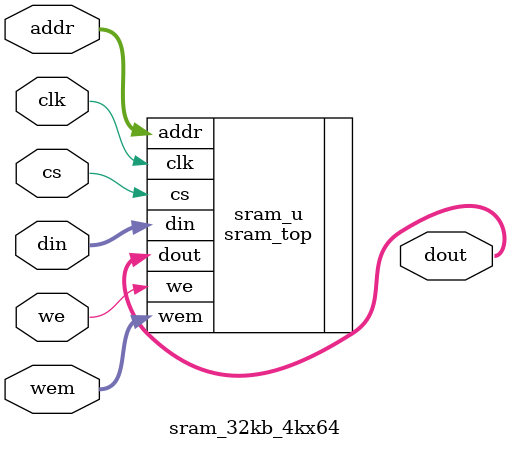
<source format=v>
`timescale 1ns/1ps

module sram_32kb_4kx64
#(parameter DP = 4096,
  parameter DW = 64,
  parameter FORCE_X2ZERO = 0,
  parameter MW = 8,
  parameter AW = 12
  ) (
  input            clk,
  input            cs,
  input            we,
  input [AW-1:0]   addr,
  input [DW-1:0]   din,
  input [MW-1:0]   wem,
  output[DW-1:0]   dout
);


`ifdef SIM
sirv_sim_ram #(
    .FORCE_X2ZERO (FORCE_X2ZERO),
    .DP (DP),
    .AW (AW),
    .MW (MW),
    .DW (DW)
)u_sirv_sim_ram (
    .clk   (clk),
    .din   (din),
    .addr  (addr),
    .cs    (cs),
    .we    (we),
    .wem   (wem),
    .dout  (dout)
);

`else
sram_top sram_u (
    .clk   (clk),
    .din   (din),
    .addr  (addr),
    .cs    (cs),
    .we    (we),
    .wem   (wem),
    .dout  (dout)
);

`endif

endmodule


</source>
